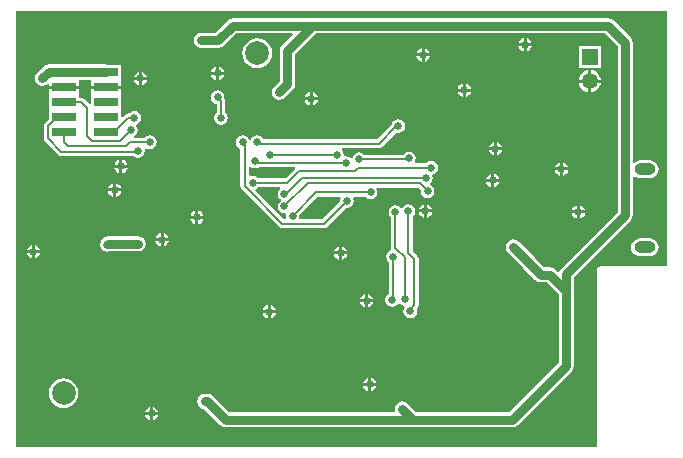
<source format=gbl>
G04*
G04 #@! TF.GenerationSoftware,Altium Limited,Altium Designer,19.1.5 (86)*
G04*
G04 Layer_Physical_Order=2*
G04 Layer_Color=16711680*
%FSLAX44Y44*%
%MOMM*%
G71*
G01*
G75*
%ADD62C,0.2032*%
%ADD63C,2.0015*%
%ADD64C,1.3500*%
%ADD65R,1.3500X1.3500*%
%ADD66O,1.8000X1.0000*%
%ADD67C,0.6350*%
%ADD68R,2.0500X0.7600*%
%ADD69C,0.7620*%
G36*
X551180Y-216637D02*
X494458D01*
X493467Y-216834D01*
X492627Y-217395D01*
X492066Y-218235D01*
X491868Y-219226D01*
Y-369570D01*
X0D01*
Y0D01*
X551180D01*
Y-216637D01*
D02*
G37*
%LPC*%
G36*
X432054Y-23382D02*
Y-27686D01*
X436358D01*
X436167Y-26726D01*
X434904Y-24836D01*
X433014Y-23573D01*
X432054Y-23382D01*
D02*
G37*
G36*
X429514D02*
X428554Y-23573D01*
X426664Y-24836D01*
X425401Y-26726D01*
X425210Y-27686D01*
X429514D01*
Y-23382D01*
D02*
G37*
G36*
X436358Y-30226D02*
X432054D01*
Y-34530D01*
X433014Y-34339D01*
X434904Y-33076D01*
X436167Y-31186D01*
X436358Y-30226D01*
D02*
G37*
G36*
X429514D02*
X425210D01*
X425401Y-31186D01*
X426664Y-33076D01*
X428554Y-34339D01*
X429514Y-34530D01*
Y-30226D01*
D02*
G37*
G36*
X345694Y-32018D02*
Y-36322D01*
X349998D01*
X349807Y-35362D01*
X348544Y-33472D01*
X346654Y-32209D01*
X345694Y-32018D01*
D02*
G37*
G36*
X343154D02*
X342194Y-32209D01*
X340304Y-33472D01*
X339041Y-35362D01*
X338850Y-36322D01*
X343154D01*
Y-32018D01*
D02*
G37*
G36*
X349998Y-38862D02*
X345694D01*
Y-43166D01*
X346654Y-42975D01*
X348544Y-41712D01*
X349807Y-39822D01*
X349998Y-38862D01*
D02*
G37*
G36*
X343154D02*
X338850D01*
X339041Y-39822D01*
X340304Y-41712D01*
X342194Y-42975D01*
X343154Y-43166D01*
Y-38862D01*
D02*
G37*
G36*
X204000Y-23344D02*
X200724Y-23775D01*
X197672Y-25040D01*
X195051Y-27051D01*
X193040Y-29672D01*
X191775Y-32724D01*
X191344Y-36000D01*
X191775Y-39276D01*
X193040Y-42328D01*
X195051Y-44949D01*
X197672Y-46960D01*
X200724Y-48225D01*
X204000Y-48656D01*
X207276Y-48225D01*
X210328Y-46960D01*
X212949Y-44949D01*
X214960Y-42328D01*
X216225Y-39276D01*
X216656Y-36000D01*
X216225Y-32724D01*
X214960Y-29672D01*
X212949Y-27051D01*
X210328Y-25040D01*
X207276Y-23775D01*
X204000Y-23344D01*
D02*
G37*
G36*
X494938Y-30400D02*
X476358D01*
Y-48980D01*
X494938D01*
Y-30400D01*
D02*
G37*
G36*
X171704Y-47512D02*
Y-51816D01*
X176008D01*
X175817Y-50856D01*
X174554Y-48966D01*
X172664Y-47703D01*
X171704Y-47512D01*
D02*
G37*
G36*
X169164D02*
X168204Y-47703D01*
X166314Y-48966D01*
X165051Y-50856D01*
X164860Y-51816D01*
X169164D01*
Y-47512D01*
D02*
G37*
G36*
X106426Y-51830D02*
Y-56134D01*
X110730D01*
X110539Y-55174D01*
X109276Y-53284D01*
X107386Y-52021D01*
X106426Y-51830D01*
D02*
G37*
G36*
X103886D02*
X102926Y-52021D01*
X101036Y-53284D01*
X99773Y-55174D01*
X99582Y-56134D01*
X103886D01*
Y-51830D01*
D02*
G37*
G36*
X486918Y-50487D02*
Y-58420D01*
X494851D01*
X494699Y-57265D01*
X493763Y-55005D01*
X492274Y-53064D01*
X490333Y-51575D01*
X488073Y-50639D01*
X486918Y-50487D01*
D02*
G37*
G36*
X484378D02*
X483223Y-50639D01*
X480963Y-51575D01*
X479022Y-53064D01*
X477533Y-55005D01*
X476597Y-57265D01*
X476445Y-58420D01*
X484378D01*
Y-50487D01*
D02*
G37*
G36*
X176008Y-54356D02*
X171704D01*
Y-58660D01*
X172664Y-58469D01*
X174554Y-57206D01*
X175817Y-55316D01*
X176008Y-54356D01*
D02*
G37*
G36*
X169164D02*
X164860D01*
X165051Y-55316D01*
X166314Y-57206D01*
X168204Y-58469D01*
X169164Y-58660D01*
Y-54356D01*
D02*
G37*
G36*
X110730Y-58674D02*
X106426D01*
Y-62978D01*
X107386Y-62787D01*
X109276Y-61524D01*
X110539Y-59634D01*
X110730Y-58674D01*
D02*
G37*
G36*
X103886D02*
X99582D01*
X99773Y-59634D01*
X101036Y-61524D01*
X102926Y-62787D01*
X103886Y-62978D01*
Y-58674D01*
D02*
G37*
G36*
X76140Y-45596D02*
X40640D01*
X40590Y-45606D01*
X27422D01*
X24944Y-46098D01*
X22844Y-47502D01*
X17520Y-52826D01*
X16116Y-54926D01*
X15624Y-57404D01*
X16116Y-59882D01*
X17520Y-61982D01*
X19620Y-63386D01*
X22098Y-63878D01*
X24576Y-63386D01*
X26580Y-62046D01*
X27146Y-62176D01*
X27850Y-62467D01*
Y-63500D01*
X40640D01*
X53430D01*
Y-58544D01*
X63350D01*
Y-63500D01*
X76140D01*
X88930D01*
Y-58430D01*
X88930Y-58430D01*
Y-58410D01*
X88930D01*
X88930Y-57160D01*
Y-45730D01*
X76816D01*
X76140Y-45596D01*
D02*
G37*
G36*
X380492Y-61736D02*
Y-66040D01*
X384796D01*
X384605Y-65080D01*
X383342Y-63190D01*
X381452Y-61927D01*
X380492Y-61736D01*
D02*
G37*
G36*
X377952D02*
X376992Y-61927D01*
X375102Y-63190D01*
X373839Y-65080D01*
X373648Y-66040D01*
X377952D01*
Y-61736D01*
D02*
G37*
G36*
X494851Y-60960D02*
X486918D01*
Y-68893D01*
X488073Y-68741D01*
X490333Y-67805D01*
X492274Y-66316D01*
X493763Y-64375D01*
X494699Y-62115D01*
X494851Y-60960D01*
D02*
G37*
G36*
X484378D02*
X476445D01*
X476597Y-62115D01*
X477533Y-64375D01*
X479022Y-66316D01*
X480963Y-67805D01*
X483223Y-68741D01*
X484378Y-68893D01*
Y-60960D01*
D02*
G37*
G36*
X384796Y-68580D02*
X380492D01*
Y-72884D01*
X381452Y-72693D01*
X383342Y-71430D01*
X384605Y-69540D01*
X384796Y-68580D01*
D02*
G37*
G36*
X377952D02*
X373648D01*
X373839Y-69540D01*
X375102Y-71430D01*
X376992Y-72693D01*
X377952Y-72884D01*
Y-68580D01*
D02*
G37*
G36*
X250952Y-69102D02*
Y-73406D01*
X255256D01*
X255065Y-72446D01*
X253802Y-70556D01*
X251912Y-69293D01*
X250952Y-69102D01*
D02*
G37*
G36*
X248412D02*
X247452Y-69293D01*
X245562Y-70556D01*
X244299Y-72446D01*
X244108Y-73406D01*
X248412D01*
Y-69102D01*
D02*
G37*
G36*
X88930Y-66040D02*
X76140D01*
X63350D01*
Y-69860D01*
X63350Y-71110D01*
X63350Y-72380D01*
Y-78779D01*
X62080Y-79304D01*
X57682Y-74906D01*
X56505Y-74120D01*
X55118Y-73844D01*
X55118Y-73844D01*
X54328D01*
X53430Y-72946D01*
X53430Y-71130D01*
X53430Y-69860D01*
Y-66040D01*
X40640D01*
X27850D01*
Y-69860D01*
X27850Y-71110D01*
X27850Y-72380D01*
Y-83810D01*
X27850D01*
Y-83830D01*
X27850D01*
Y-91383D01*
X24270Y-94962D01*
X23484Y-96138D01*
X23208Y-97526D01*
X23208Y-97526D01*
Y-108143D01*
X23208Y-108143D01*
X23484Y-109530D01*
X24270Y-110707D01*
X35497Y-121934D01*
X36674Y-122720D01*
X38061Y-122996D01*
X38061Y-122996D01*
X99009D01*
X100894Y-124255D01*
X103124Y-124699D01*
X105354Y-124255D01*
X107244Y-122992D01*
X108507Y-121102D01*
X108951Y-118872D01*
X108563Y-116922D01*
X109271Y-116248D01*
X109592Y-116082D01*
X110800Y-116889D01*
X113030Y-117333D01*
X115260Y-116889D01*
X117150Y-115626D01*
X118413Y-113736D01*
X118857Y-111506D01*
X118413Y-109276D01*
X117150Y-107386D01*
X115260Y-106123D01*
X113030Y-105679D01*
X110800Y-106123D01*
X108910Y-107386D01*
X108579Y-107880D01*
X99647D01*
X99465Y-107341D01*
X99436Y-106610D01*
X101148Y-105466D01*
X102411Y-103576D01*
X102855Y-101346D01*
X102411Y-99116D01*
X101361Y-97544D01*
X101624Y-96481D01*
X101833Y-96156D01*
X102306Y-96061D01*
X104196Y-94798D01*
X105459Y-92908D01*
X105903Y-90678D01*
X105459Y-88448D01*
X104196Y-86558D01*
X102306Y-85295D01*
X100076Y-84851D01*
X97846Y-85295D01*
X95956Y-86558D01*
X95625Y-87052D01*
X94782D01*
X94782Y-87052D01*
X93394Y-87328D01*
X92218Y-88114D01*
X92218Y-88114D01*
X90103Y-90229D01*
X88930Y-89743D01*
Y-83830D01*
X88930D01*
Y-83810D01*
X88930D01*
Y-72380D01*
X88930Y-71130D01*
X88930Y-69860D01*
Y-66040D01*
D02*
G37*
G36*
X255256Y-75946D02*
X250952D01*
Y-80250D01*
X251912Y-80059D01*
X253802Y-78796D01*
X255065Y-76906D01*
X255256Y-75946D01*
D02*
G37*
G36*
X248412D02*
X244108D01*
X244299Y-76906D01*
X245562Y-78796D01*
X247452Y-80059D01*
X248412Y-80250D01*
Y-75946D01*
D02*
G37*
G36*
X170434Y-67579D02*
X168204Y-68023D01*
X166314Y-69286D01*
X165051Y-71176D01*
X164607Y-73406D01*
X165051Y-75636D01*
X166314Y-77526D01*
X168204Y-78789D01*
X169602Y-79068D01*
Y-86481D01*
X169108Y-86812D01*
X167845Y-88702D01*
X167401Y-90932D01*
X167845Y-93162D01*
X169108Y-95052D01*
X170998Y-96315D01*
X173228Y-96759D01*
X175458Y-96315D01*
X177348Y-95052D01*
X178611Y-93162D01*
X179055Y-90932D01*
X178611Y-88702D01*
X177348Y-86812D01*
X176854Y-86481D01*
Y-76200D01*
X176578Y-74812D01*
X176118Y-74125D01*
X176261Y-73406D01*
X175817Y-71176D01*
X174554Y-69286D01*
X172664Y-68023D01*
X170434Y-67579D01*
D02*
G37*
G36*
X323342Y-91963D02*
X321112Y-92407D01*
X319222Y-93670D01*
X317959Y-95560D01*
X317720Y-96761D01*
X305330Y-109150D01*
X209371D01*
X209345Y-109022D01*
X208082Y-107132D01*
X206192Y-105869D01*
X203962Y-105425D01*
X201732Y-105869D01*
X199842Y-107132D01*
X198579Y-109022D01*
X198488Y-109477D01*
X197193D01*
X197153Y-109276D01*
X195890Y-107386D01*
X194000Y-106123D01*
X191770Y-105679D01*
X189540Y-106123D01*
X187650Y-107386D01*
X186387Y-109276D01*
X185943Y-111506D01*
X186387Y-113736D01*
X187650Y-115626D01*
X189540Y-116889D01*
X189795Y-116940D01*
Y-148584D01*
X189795Y-148584D01*
X190071Y-149972D01*
X190857Y-151148D01*
X222740Y-183031D01*
X223916Y-183817D01*
X225304Y-184093D01*
X225304Y-184093D01*
X260731D01*
X260731Y-184093D01*
X262118Y-183817D01*
X263295Y-183031D01*
X279325Y-167001D01*
X279908Y-167117D01*
X282138Y-166673D01*
X284028Y-165410D01*
X285291Y-163520D01*
X285735Y-161290D01*
X285291Y-159060D01*
X285030Y-158670D01*
X285629Y-157550D01*
X295523D01*
X295854Y-158044D01*
X297744Y-159307D01*
X299974Y-159751D01*
X302204Y-159307D01*
X304094Y-158044D01*
X305357Y-156154D01*
X305801Y-153924D01*
X305357Y-151694D01*
X304942Y-151073D01*
X305621Y-149803D01*
X340001D01*
X342523Y-152325D01*
X342407Y-152908D01*
X342851Y-155138D01*
X344114Y-157028D01*
X346004Y-158291D01*
X348234Y-158735D01*
X350464Y-158291D01*
X352354Y-157028D01*
X353617Y-155138D01*
X354061Y-152908D01*
X353617Y-150678D01*
X352354Y-148788D01*
X350666Y-147659D01*
X350489Y-146785D01*
X350507Y-146238D01*
X351084Y-145852D01*
X352347Y-143962D01*
X352791Y-141732D01*
X352347Y-139502D01*
X352705Y-138640D01*
X353512Y-138479D01*
X355402Y-137216D01*
X356665Y-135326D01*
X357109Y-133096D01*
X356665Y-130866D01*
X355402Y-128976D01*
X353512Y-127713D01*
X351282Y-127269D01*
X349052Y-127713D01*
X347162Y-128976D01*
X346831Y-129470D01*
X338048D01*
X337369Y-128200D01*
X337869Y-127452D01*
X338313Y-125222D01*
X337869Y-122992D01*
X336606Y-121102D01*
X334716Y-119839D01*
X332486Y-119395D01*
X330256Y-119839D01*
X328366Y-121102D01*
X327781Y-121977D01*
X294518D01*
X294442Y-121864D01*
X292552Y-120601D01*
X290322Y-120157D01*
X288092Y-120601D01*
X286202Y-121864D01*
X284939Y-123754D01*
X284728Y-124813D01*
X283380Y-125081D01*
X283266Y-124912D01*
X281376Y-123649D01*
X279146Y-123205D01*
X278134Y-123406D01*
X277236Y-122508D01*
X277353Y-121920D01*
X276909Y-119690D01*
X275646Y-117800D01*
X275455Y-117672D01*
X275840Y-116402D01*
X306832D01*
X306832Y-116402D01*
X308220Y-116126D01*
X309396Y-115340D01*
X321487Y-103248D01*
X323342Y-103617D01*
X325572Y-103173D01*
X327462Y-101910D01*
X328725Y-100020D01*
X329169Y-97790D01*
X328725Y-95560D01*
X327462Y-93670D01*
X325572Y-92407D01*
X323342Y-91963D01*
D02*
G37*
G36*
X406908Y-111266D02*
Y-115570D01*
X411212D01*
X411021Y-114610D01*
X409758Y-112720D01*
X407868Y-111457D01*
X406908Y-111266D01*
D02*
G37*
G36*
X404368D02*
X403408Y-111457D01*
X401518Y-112720D01*
X400255Y-114610D01*
X400064Y-115570D01*
X404368D01*
Y-111266D01*
D02*
G37*
G36*
X411212Y-118110D02*
X406908D01*
Y-122414D01*
X407868Y-122223D01*
X409758Y-120960D01*
X411021Y-119070D01*
X411212Y-118110D01*
D02*
G37*
G36*
X404368D02*
X400064D01*
X400255Y-119070D01*
X401518Y-120960D01*
X403408Y-122223D01*
X404368Y-122414D01*
Y-118110D01*
D02*
G37*
G36*
X89916Y-126252D02*
Y-130556D01*
X94220D01*
X94029Y-129596D01*
X92766Y-127706D01*
X90876Y-126443D01*
X89916Y-126252D01*
D02*
G37*
G36*
X87376D02*
X86416Y-126443D01*
X84526Y-127706D01*
X83263Y-129596D01*
X83072Y-130556D01*
X87376D01*
Y-126252D01*
D02*
G37*
G36*
X462788Y-128538D02*
Y-132842D01*
X467092D01*
X466901Y-131882D01*
X465638Y-129992D01*
X463748Y-128729D01*
X462788Y-128538D01*
D02*
G37*
G36*
X460248D02*
X459288Y-128729D01*
X457398Y-129992D01*
X456135Y-131882D01*
X455944Y-132842D01*
X460248D01*
Y-128538D01*
D02*
G37*
G36*
X94220Y-133096D02*
X89916D01*
Y-137400D01*
X90876Y-137209D01*
X92766Y-135946D01*
X94029Y-134056D01*
X94220Y-133096D01*
D02*
G37*
G36*
X87376D02*
X83072D01*
X83263Y-134056D01*
X84526Y-135946D01*
X86416Y-137209D01*
X87376Y-137400D01*
Y-133096D01*
D02*
G37*
G36*
X467092Y-135382D02*
X462788D01*
Y-139686D01*
X463748Y-139495D01*
X465638Y-138232D01*
X466901Y-136342D01*
X467092Y-135382D01*
D02*
G37*
G36*
X460248D02*
X455944D01*
X456135Y-136342D01*
X457398Y-138232D01*
X459288Y-139495D01*
X460248Y-139686D01*
Y-135382D01*
D02*
G37*
G36*
X501142Y-6226D02*
X183642D01*
X181164Y-6718D01*
X179064Y-8122D01*
X168514Y-18672D01*
X156718D01*
X154240Y-19164D01*
X152140Y-20568D01*
X150736Y-22668D01*
X150244Y-25146D01*
X150736Y-27624D01*
X152140Y-29724D01*
X154240Y-31128D01*
X156718Y-31620D01*
X171196D01*
X173674Y-31128D01*
X175774Y-29724D01*
X186324Y-19174D01*
X233440D01*
X233926Y-20348D01*
X225038Y-29236D01*
X223634Y-31337D01*
X223142Y-33814D01*
Y-59548D01*
X218180Y-64510D01*
X216776Y-66610D01*
X216284Y-69088D01*
X216776Y-71566D01*
X218180Y-73666D01*
X220280Y-75070D01*
X222758Y-75562D01*
X225236Y-75070D01*
X227336Y-73666D01*
X234194Y-66808D01*
X235598Y-64708D01*
X236090Y-62230D01*
Y-36496D01*
X253412Y-19174D01*
X498460D01*
X509146Y-29860D01*
Y-170546D01*
X461004Y-218688D01*
X459693Y-220649D01*
X459132Y-220931D01*
X458400Y-221152D01*
X456190Y-218942D01*
X454090Y-217538D01*
X451612Y-217046D01*
X446674D01*
X439430Y-209801D01*
X438918Y-209036D01*
X425456Y-195574D01*
X423356Y-194170D01*
X420878Y-193678D01*
X418400Y-194170D01*
X416300Y-195574D01*
X414896Y-197674D01*
X414404Y-200152D01*
X414896Y-202630D01*
X416300Y-204730D01*
X429250Y-217681D01*
X429762Y-218446D01*
X439414Y-228098D01*
X441514Y-229502D01*
X443992Y-229994D01*
X448930D01*
X459108Y-240172D01*
Y-298054D01*
X417180Y-339982D01*
X338724D01*
X331476Y-332734D01*
X329376Y-331330D01*
X326898Y-330838D01*
X324420Y-331330D01*
X322320Y-332734D01*
X320916Y-334834D01*
X320424Y-337312D01*
X320702Y-338712D01*
X319660Y-339982D01*
X179974D01*
X166376Y-326384D01*
X164276Y-324980D01*
X161798Y-324488D01*
X159512D01*
X157034Y-324980D01*
X154934Y-326384D01*
X153530Y-328484D01*
X153038Y-330962D01*
X153530Y-333440D01*
X154934Y-335540D01*
X157034Y-336944D01*
X159018Y-337338D01*
X172714Y-351034D01*
X174814Y-352438D01*
X177292Y-352930D01*
X419862D01*
X422340Y-352438D01*
X424440Y-351034D01*
X470160Y-305314D01*
X471564Y-303214D01*
X472056Y-300736D01*
Y-236474D01*
X471955Y-235966D01*
X472056Y-235458D01*
Y-225948D01*
X520198Y-177806D01*
X521602Y-175706D01*
X522094Y-173228D01*
Y-140902D01*
X523364Y-140276D01*
X524408Y-141076D01*
X526242Y-141836D01*
X528210Y-142095D01*
X536210D01*
X538178Y-141836D01*
X540013Y-141076D01*
X541588Y-139868D01*
X542796Y-138293D01*
X543556Y-136458D01*
X543815Y-134490D01*
X543556Y-132522D01*
X542796Y-130687D01*
X541588Y-129112D01*
X540013Y-127904D01*
X538178Y-127144D01*
X536210Y-126885D01*
X528210D01*
X526242Y-127144D01*
X524408Y-127904D01*
X523364Y-128704D01*
X522094Y-128078D01*
Y-27178D01*
X521602Y-24700D01*
X520198Y-22600D01*
X505720Y-8122D01*
X503620Y-6718D01*
X501142Y-6226D01*
D02*
G37*
G36*
X404622Y-138190D02*
Y-142494D01*
X408926D01*
X408735Y-141534D01*
X407472Y-139644D01*
X405582Y-138381D01*
X404622Y-138190D01*
D02*
G37*
G36*
X402082D02*
X401122Y-138381D01*
X399232Y-139644D01*
X397969Y-141534D01*
X397778Y-142494D01*
X402082D01*
Y-138190D01*
D02*
G37*
G36*
X408926Y-145034D02*
X404622D01*
Y-149338D01*
X405582Y-149147D01*
X407472Y-147884D01*
X408735Y-145994D01*
X408926Y-145034D01*
D02*
G37*
G36*
X402082D02*
X397778D01*
X397969Y-145994D01*
X399232Y-147884D01*
X401122Y-149147D01*
X402082Y-149338D01*
Y-145034D01*
D02*
G37*
G36*
X84582Y-146318D02*
Y-150622D01*
X88886D01*
X88695Y-149662D01*
X87432Y-147772D01*
X85542Y-146509D01*
X84582Y-146318D01*
D02*
G37*
G36*
X82042D02*
X81082Y-146509D01*
X79192Y-147772D01*
X77929Y-149662D01*
X77738Y-150622D01*
X82042D01*
Y-146318D01*
D02*
G37*
G36*
X88886Y-153162D02*
X84582D01*
Y-157466D01*
X85542Y-157275D01*
X87432Y-156012D01*
X88695Y-154122D01*
X88886Y-153162D01*
D02*
G37*
G36*
X82042D02*
X77738D01*
X77929Y-154122D01*
X79192Y-156012D01*
X81082Y-157275D01*
X82042Y-157466D01*
Y-153162D01*
D02*
G37*
G36*
X331978Y-163845D02*
X329748Y-164289D01*
X327858Y-165552D01*
X327026Y-166796D01*
X325520Y-166829D01*
X325176Y-166314D01*
X323286Y-165051D01*
X321056Y-164607D01*
X318826Y-165051D01*
X316936Y-166314D01*
X315673Y-168204D01*
X315229Y-170434D01*
X315673Y-172664D01*
X316936Y-174554D01*
X317430Y-174885D01*
Y-200793D01*
X317430Y-200793D01*
X317590Y-201595D01*
X316920Y-203023D01*
X315030Y-204286D01*
X313767Y-206176D01*
X313323Y-208406D01*
X313767Y-210636D01*
X315030Y-212526D01*
X315524Y-212857D01*
Y-240066D01*
X314142Y-240990D01*
X312879Y-242880D01*
X312435Y-245110D01*
X312879Y-247340D01*
X314142Y-249230D01*
X316032Y-250493D01*
X318262Y-250937D01*
X320492Y-250493D01*
X322382Y-249230D01*
X323172Y-248049D01*
X324699D01*
X324810Y-248214D01*
X326700Y-249477D01*
X328482Y-249832D01*
X329033Y-250978D01*
X329048Y-251141D01*
X328119Y-252532D01*
X327675Y-254762D01*
X328119Y-256992D01*
X329382Y-258882D01*
X331272Y-260145D01*
X333502Y-260589D01*
X335732Y-260145D01*
X337622Y-258882D01*
X338885Y-256992D01*
X339329Y-254762D01*
X338938Y-252796D01*
X339495Y-252240D01*
X339495Y-252240D01*
X340281Y-251063D01*
X340557Y-249676D01*
X340557Y-249676D01*
Y-210202D01*
X340557Y-210202D01*
X340281Y-208815D01*
X339495Y-207638D01*
X339495Y-207638D01*
X335604Y-203747D01*
Y-174123D01*
X336098Y-173792D01*
X337361Y-171902D01*
X337805Y-169672D01*
X337361Y-167442D01*
X336098Y-165552D01*
X334208Y-164289D01*
X331978Y-163845D01*
D02*
G37*
G36*
X347726Y-164098D02*
Y-168402D01*
X352030D01*
X351839Y-167442D01*
X350576Y-165552D01*
X348686Y-164289D01*
X347726Y-164098D01*
D02*
G37*
G36*
X345186D02*
X344226Y-164289D01*
X342336Y-165552D01*
X341073Y-167442D01*
X340882Y-168402D01*
X345186D01*
Y-164098D01*
D02*
G37*
G36*
X477012Y-164860D02*
Y-169164D01*
X481316D01*
X481125Y-168204D01*
X479862Y-166314D01*
X477972Y-165051D01*
X477012Y-164860D01*
D02*
G37*
G36*
X474472D02*
X473512Y-165051D01*
X471622Y-166314D01*
X470359Y-168204D01*
X470168Y-169164D01*
X474472D01*
Y-164860D01*
D02*
G37*
G36*
X154178Y-169432D02*
Y-173736D01*
X158482D01*
X158291Y-172776D01*
X157028Y-170886D01*
X155138Y-169623D01*
X154178Y-169432D01*
D02*
G37*
G36*
X151638D02*
X150678Y-169623D01*
X148788Y-170886D01*
X147525Y-172776D01*
X147334Y-173736D01*
X151638D01*
Y-169432D01*
D02*
G37*
G36*
X352030Y-170942D02*
X347726D01*
Y-175246D01*
X348686Y-175055D01*
X350576Y-173792D01*
X351839Y-171902D01*
X352030Y-170942D01*
D02*
G37*
G36*
X345186D02*
X340882D01*
X341073Y-171902D01*
X342336Y-173792D01*
X344226Y-175055D01*
X345186Y-175246D01*
Y-170942D01*
D02*
G37*
G36*
X481316Y-171704D02*
X477012D01*
Y-176008D01*
X477972Y-175817D01*
X479862Y-174554D01*
X481125Y-172664D01*
X481316Y-171704D01*
D02*
G37*
G36*
X474472D02*
X470168D01*
X470359Y-172664D01*
X471622Y-174554D01*
X473512Y-175817D01*
X474472Y-176008D01*
Y-171704D01*
D02*
G37*
G36*
X158482Y-176276D02*
X154178D01*
Y-180580D01*
X155138Y-180389D01*
X157028Y-179126D01*
X158291Y-177236D01*
X158482Y-176276D01*
D02*
G37*
G36*
X151638D02*
X147334D01*
X147525Y-177236D01*
X148788Y-179126D01*
X150678Y-180389D01*
X151638Y-180580D01*
Y-176276D01*
D02*
G37*
G36*
X124714Y-188482D02*
Y-192786D01*
X129018D01*
X128827Y-191826D01*
X127564Y-189936D01*
X125674Y-188673D01*
X124714Y-188482D01*
D02*
G37*
G36*
X122174D02*
X121214Y-188673D01*
X119324Y-189936D01*
X118061Y-191826D01*
X117870Y-192786D01*
X122174D01*
Y-188482D01*
D02*
G37*
G36*
X129018Y-195326D02*
X124714D01*
Y-199630D01*
X125674Y-199439D01*
X127564Y-198176D01*
X128827Y-196286D01*
X129018Y-195326D01*
D02*
G37*
G36*
X122174D02*
X117870D01*
X118061Y-196286D01*
X119324Y-198176D01*
X121214Y-199439D01*
X122174Y-199630D01*
Y-195326D01*
D02*
G37*
G36*
X15748Y-198642D02*
Y-202946D01*
X20052D01*
X19861Y-201986D01*
X18598Y-200096D01*
X16708Y-198833D01*
X15748Y-198642D01*
D02*
G37*
G36*
X13208D02*
X12248Y-198833D01*
X10358Y-200096D01*
X9095Y-201986D01*
X8904Y-202946D01*
X13208D01*
Y-198642D01*
D02*
G37*
G36*
X275844Y-199658D02*
Y-203962D01*
X280148D01*
X279957Y-203002D01*
X278694Y-201112D01*
X276804Y-199849D01*
X275844Y-199658D01*
D02*
G37*
G36*
X273304D02*
X272344Y-199849D01*
X270454Y-201112D01*
X269191Y-203002D01*
X269000Y-203962D01*
X273304D01*
Y-199658D01*
D02*
G37*
G36*
X103378Y-190884D02*
X77978D01*
X75500Y-191376D01*
X73400Y-192780D01*
X71996Y-194880D01*
X71816Y-195789D01*
X71579Y-196144D01*
X71135Y-198374D01*
X71579Y-200604D01*
X72842Y-202494D01*
X74732Y-203757D01*
X76962Y-204201D01*
X78815Y-203832D01*
X103378D01*
X105856Y-203340D01*
X107956Y-201936D01*
X109360Y-199836D01*
X109852Y-197358D01*
X109360Y-194880D01*
X107956Y-192780D01*
X105856Y-191376D01*
X103378Y-190884D01*
D02*
G37*
G36*
X536210Y-192885D02*
X528210D01*
X526242Y-193144D01*
X524408Y-193904D01*
X522832Y-195112D01*
X521624Y-196688D01*
X520864Y-198522D01*
X520605Y-200490D01*
X520864Y-202458D01*
X521624Y-204293D01*
X522832Y-205868D01*
X524408Y-207076D01*
X526242Y-207836D01*
X528210Y-208095D01*
X536210D01*
X538178Y-207836D01*
X540013Y-207076D01*
X541588Y-205868D01*
X542796Y-204293D01*
X543556Y-202458D01*
X543815Y-200490D01*
X543556Y-198522D01*
X542796Y-196688D01*
X541588Y-195112D01*
X540013Y-193904D01*
X538178Y-193144D01*
X536210Y-192885D01*
D02*
G37*
G36*
X20052Y-205486D02*
X15748D01*
Y-209790D01*
X16708Y-209599D01*
X18598Y-208336D01*
X19861Y-206446D01*
X20052Y-205486D01*
D02*
G37*
G36*
X13208D02*
X8904D01*
X9095Y-206446D01*
X10358Y-208336D01*
X12248Y-209599D01*
X13208Y-209790D01*
Y-205486D01*
D02*
G37*
G36*
X280148Y-206502D02*
X275844D01*
Y-210806D01*
X276804Y-210615D01*
X278694Y-209352D01*
X279957Y-207462D01*
X280148Y-206502D01*
D02*
G37*
G36*
X273304D02*
X269000D01*
X269191Y-207462D01*
X270454Y-209352D01*
X272344Y-210615D01*
X273304Y-210806D01*
Y-206502D01*
D02*
G37*
G36*
X297830Y-239902D02*
Y-244206D01*
X302134D01*
X301943Y-243246D01*
X300680Y-241356D01*
X298790Y-240093D01*
X297830Y-239902D01*
D02*
G37*
G36*
X295290D02*
X294330Y-240093D01*
X292440Y-241356D01*
X291177Y-243246D01*
X290986Y-244206D01*
X295290D01*
Y-239902D01*
D02*
G37*
G36*
X302134Y-246746D02*
X297830D01*
Y-251050D01*
X298790Y-250859D01*
X300680Y-249596D01*
X301943Y-247706D01*
X302134Y-246746D01*
D02*
G37*
G36*
X295290D02*
X290986D01*
X291177Y-247706D01*
X292440Y-249596D01*
X294330Y-250859D01*
X295290Y-251050D01*
Y-246746D01*
D02*
G37*
G36*
X215392Y-249442D02*
Y-253746D01*
X219696D01*
X219505Y-252786D01*
X218242Y-250896D01*
X216352Y-249633D01*
X215392Y-249442D01*
D02*
G37*
G36*
X212852D02*
X211892Y-249633D01*
X210002Y-250896D01*
X208739Y-252786D01*
X208548Y-253746D01*
X212852D01*
Y-249442D01*
D02*
G37*
G36*
X219696Y-256286D02*
X215392D01*
Y-260590D01*
X216352Y-260399D01*
X218242Y-259136D01*
X219505Y-257246D01*
X219696Y-256286D01*
D02*
G37*
G36*
X212852D02*
X208548D01*
X208739Y-257246D01*
X210002Y-259136D01*
X211892Y-260399D01*
X212852Y-260590D01*
Y-256286D01*
D02*
G37*
G36*
X300482Y-310910D02*
Y-315214D01*
X304786D01*
X304595Y-314254D01*
X303332Y-312364D01*
X301442Y-311101D01*
X300482Y-310910D01*
D02*
G37*
G36*
X297942D02*
X296982Y-311101D01*
X295092Y-312364D01*
X293829Y-314254D01*
X293638Y-315214D01*
X297942D01*
Y-310910D01*
D02*
G37*
G36*
X304786Y-317754D02*
X300482D01*
Y-322058D01*
X301442Y-321867D01*
X303332Y-320604D01*
X304595Y-318714D01*
X304786Y-317754D01*
D02*
G37*
G36*
X297942D02*
X293638D01*
X293829Y-318714D01*
X295092Y-320604D01*
X296982Y-321867D01*
X297942Y-322058D01*
Y-317754D01*
D02*
G37*
G36*
X40000Y-311344D02*
X36724Y-311775D01*
X33672Y-313040D01*
X31051Y-315051D01*
X29040Y-317672D01*
X27775Y-320724D01*
X27344Y-324000D01*
X27775Y-327276D01*
X29040Y-330328D01*
X31051Y-332949D01*
X33672Y-334960D01*
X36724Y-336225D01*
X40000Y-336656D01*
X43275Y-336225D01*
X46328Y-334960D01*
X48949Y-332949D01*
X50960Y-330328D01*
X52225Y-327276D01*
X52656Y-324000D01*
X52225Y-320724D01*
X50960Y-317672D01*
X48949Y-315051D01*
X46328Y-313040D01*
X43275Y-311775D01*
X40000Y-311344D01*
D02*
G37*
G36*
X115824Y-335548D02*
Y-339852D01*
X120128D01*
X119937Y-338892D01*
X118674Y-337002D01*
X116784Y-335739D01*
X115824Y-335548D01*
D02*
G37*
G36*
X113284D02*
X112324Y-335739D01*
X110434Y-337002D01*
X109171Y-338892D01*
X108980Y-339852D01*
X113284D01*
Y-335548D01*
D02*
G37*
G36*
X120128Y-342392D02*
X115824D01*
Y-346696D01*
X116784Y-346505D01*
X118674Y-345242D01*
X119937Y-343352D01*
X120128Y-342392D01*
D02*
G37*
G36*
X113284D02*
X108980D01*
X109171Y-343352D01*
X110434Y-345242D01*
X112324Y-346505D01*
X113284Y-346696D01*
Y-342392D01*
D02*
G37*
%LPD*%
G36*
X199954Y-133145D02*
X202184Y-133589D01*
X204414Y-133145D01*
X205144Y-132658D01*
X235831D01*
X236357Y-133928D01*
X228114Y-142170D01*
X204603D01*
X204272Y-141676D01*
X202382Y-140413D01*
X200152Y-139969D01*
X198317Y-140334D01*
X197047Y-139586D01*
Y-132472D01*
X198317Y-132051D01*
X199954Y-133145D01*
D02*
G37*
G36*
X223528Y-150692D02*
X222956Y-151074D01*
X221693Y-152964D01*
X221249Y-155194D01*
X221693Y-157424D01*
X222956Y-159314D01*
X223822Y-159893D01*
Y-161163D01*
X222956Y-161742D01*
X221693Y-163632D01*
X221249Y-165862D01*
X221693Y-168092D01*
X222956Y-169982D01*
X224846Y-171245D01*
X227076Y-171689D01*
X227225Y-171659D01*
X228305Y-172739D01*
X228107Y-173736D01*
X228442Y-175422D01*
X227689Y-176512D01*
X226572Y-176608D01*
X202347Y-152383D01*
X202716Y-150956D01*
X204272Y-149916D01*
X204603Y-149422D01*
X223142D01*
X223528Y-150692D01*
D02*
G37*
G36*
X274785Y-158670D02*
X274525Y-159060D01*
X274081Y-161290D01*
X274197Y-161873D01*
X259229Y-176841D01*
X240144D01*
X239396Y-175571D01*
X239761Y-173736D01*
X239645Y-173153D01*
X255248Y-157550D01*
X274187D01*
X274785Y-158670D01*
D02*
G37*
D62*
X321818Y-97790D02*
X323342D01*
X306832Y-112776D02*
X321818Y-97790D01*
X205486Y-112776D02*
X306832D01*
X203962Y-111252D02*
X205486Y-112776D01*
X202184Y-127762D02*
X203454Y-129032D01*
X200152Y-145796D02*
X229616D01*
X193421Y-148584D02*
X225304Y-180467D01*
X203454Y-129032D02*
X279146D01*
X239522Y-135890D02*
X286385D01*
X241681Y-141605D02*
X346837D01*
X246761Y-146177D02*
X341503D01*
X215138Y-122174D02*
X271272D01*
X271526Y-121920D01*
X229616Y-145796D02*
X239522Y-135890D01*
X225304Y-180467D02*
X260731D01*
X193421Y-148584D02*
Y-113157D01*
X191770Y-111506D02*
X193421Y-113157D01*
X173228Y-90932D02*
Y-76200D01*
X170434Y-73406D02*
X173228Y-76200D01*
X96387Y-111506D02*
X113030D01*
X93095Y-114798D02*
X96387Y-111506D01*
X227076Y-165862D02*
X246761Y-146177D01*
X233934Y-173736D02*
X253746Y-153924D01*
X332105Y-125603D02*
X332486Y-125222D01*
X290703Y-125603D02*
X332105D01*
X290322Y-125984D02*
X290703Y-125603D01*
X253746Y-153924D02*
X299974D01*
X228092Y-155194D02*
X241681Y-141605D01*
X346837D02*
X346964Y-141732D01*
X341503Y-146177D02*
X348234Y-152908D01*
X289179Y-133096D02*
X351282D01*
X286385Y-135890D02*
X289179Y-133096D01*
X260731Y-180467D02*
X279908Y-161290D01*
X82590Y-102870D02*
X94782Y-90678D01*
X100076D01*
X43932Y-114798D02*
X93095D01*
X38061Y-119370D02*
X102626D01*
X103124Y-118872D01*
X87863Y-110226D02*
X96743Y-101346D01*
X227076Y-155194D02*
X228092D01*
X331978Y-205249D02*
Y-169672D01*
Y-205249D02*
X336931Y-210202D01*
X321056Y-200793D02*
X328930Y-208667D01*
X321056Y-200793D02*
Y-170434D01*
X333502Y-253105D02*
X336931Y-249676D01*
X333502Y-254762D02*
Y-253105D01*
X336931Y-249676D02*
Y-210202D01*
X328930Y-244094D02*
Y-208667D01*
X26834Y-108143D02*
Y-97526D01*
X34190Y-90170D01*
X40640D01*
X319150Y-244222D02*
Y-208406D01*
X318262Y-245110D02*
X319150Y-244222D01*
X26834Y-108143D02*
X38061Y-119370D01*
X40386Y-111252D02*
X43932Y-114798D01*
X40386Y-111252D02*
Y-103124D01*
X64417Y-110226D02*
X87863D01*
X60022Y-105830D02*
X64417Y-110226D01*
X60022Y-105830D02*
Y-82374D01*
X55118Y-77470D02*
X60022Y-82374D01*
X40386Y-103124D02*
X40640Y-102870D01*
Y-77470D02*
X55118D01*
D63*
X40000Y-324000D02*
D03*
X204000Y-36000D02*
D03*
D64*
X485648Y-59690D02*
D03*
D65*
Y-39690D02*
D03*
D66*
X532210Y-134490D02*
D03*
Y-200490D02*
D03*
D67*
X105156Y-57404D02*
D03*
X156718Y-25146D02*
D03*
X344424Y-37592D02*
D03*
X222758Y-69088D02*
D03*
X323342Y-97790D02*
D03*
X202184Y-127762D02*
D03*
X200152Y-145796D02*
D03*
X279146Y-129032D02*
D03*
X215138Y-122174D02*
D03*
X271526Y-121920D02*
D03*
X203962Y-111252D02*
D03*
X249682Y-74676D02*
D03*
X123444Y-194056D02*
D03*
X152908Y-175006D02*
D03*
X410972Y-12954D02*
D03*
X379222Y-67310D02*
D03*
X430784Y-28956D02*
D03*
X173228Y-90932D02*
D03*
X191770Y-111506D02*
D03*
X356616Y-12700D02*
D03*
X170434Y-53086D02*
D03*
X113030Y-111506D02*
D03*
X114554Y-341122D02*
D03*
X103378Y-197358D02*
D03*
X227076Y-165862D02*
D03*
X233934Y-173736D02*
D03*
X434340Y-213868D02*
D03*
X159512Y-330962D02*
D03*
X326898Y-337312D02*
D03*
X299974Y-153924D02*
D03*
X290322Y-125984D02*
D03*
X332486Y-125222D02*
D03*
X351282Y-133096D02*
D03*
X100076Y-90678D02*
D03*
X103124Y-118872D02*
D03*
X97028Y-101346D02*
D03*
X227076Y-155194D02*
D03*
X331978Y-169672D02*
D03*
X321056Y-170434D02*
D03*
X346964Y-141732D02*
D03*
X348234Y-152908D02*
D03*
X296560Y-245476D02*
D03*
X274574Y-205232D02*
D03*
X299212Y-316484D02*
D03*
X88646Y-131826D02*
D03*
X333502Y-254762D02*
D03*
X328930Y-244094D02*
D03*
X346456Y-169672D02*
D03*
X279908Y-161290D02*
D03*
X461518Y-134112D02*
D03*
X318262Y-245110D02*
D03*
X319150Y-208406D02*
D03*
X403352Y-143764D02*
D03*
X83312Y-151892D02*
D03*
X76962Y-198374D02*
D03*
X214122Y-255016D02*
D03*
X170434Y-73406D02*
D03*
X14478Y-204216D02*
D03*
X22098Y-57404D02*
D03*
X420878Y-200152D02*
D03*
X405638Y-116840D02*
D03*
X475742Y-170434D02*
D03*
D68*
X40640Y-52070D02*
D03*
Y-64770D02*
D03*
Y-77470D02*
D03*
Y-90170D02*
D03*
Y-102870D02*
D03*
X76140Y-52070D02*
D03*
D03*
Y-64770D02*
D03*
Y-77470D02*
D03*
Y-90170D02*
D03*
Y-102870D02*
D03*
D69*
X356616Y-12700D02*
X501142D01*
X183642D02*
X356616D01*
X171196Y-25146D02*
X183642Y-12700D01*
X222758Y-69088D02*
X229616Y-62230D01*
Y-33814D01*
X249428Y-14002D01*
X501142Y-12700D02*
X515620Y-27178D01*
X156718Y-25146D02*
X171196D01*
X515620Y-173228D02*
Y-27178D01*
X77978Y-197358D02*
X103378D01*
X443992Y-223520D02*
X451612D01*
X464566Y-236474D01*
X465582Y-300736D02*
Y-236474D01*
Y-235458D02*
Y-223266D01*
X464566Y-236474D02*
X465582Y-235458D01*
X464566Y-236474D02*
X465582D01*
X434340Y-213868D02*
X443992Y-223520D01*
X434340Y-213868D02*
Y-213614D01*
X420878Y-200152D02*
X434340Y-213614D01*
X177292Y-346456D02*
X336042D01*
X161798Y-330962D02*
X177292Y-346456D01*
X159512Y-330962D02*
X161798D01*
X326898Y-337312D02*
X336042Y-346456D01*
X419862D01*
X465582Y-300736D01*
X22098Y-57404D02*
X27422Y-52080D01*
X40640Y-52070D02*
X76140D01*
X27422Y-52080D02*
X40630D01*
X40640Y-52070D01*
X465582Y-223266D02*
X515620Y-173228D01*
M02*

</source>
